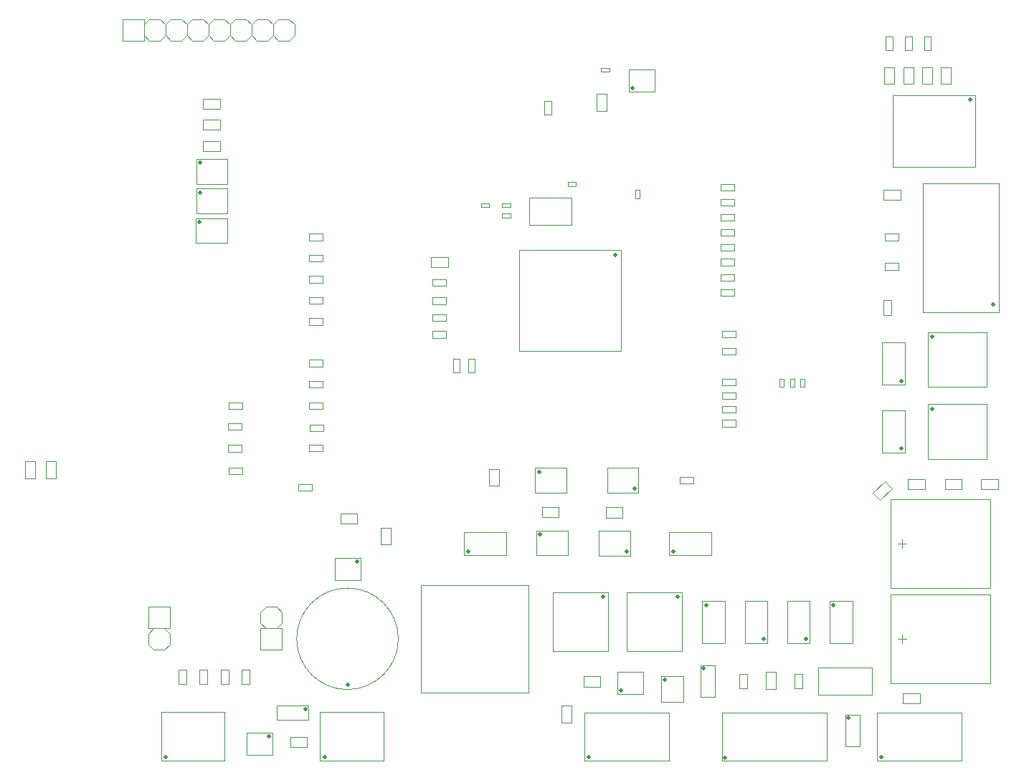
<source format=gm1>
G04*
G04 #@! TF.GenerationSoftware,Altium Limited,Altium Designer,21.8.1 (53)*
G04*
G04 Layer_Color=16711935*
%FSLAX44Y44*%
%MOMM*%
G71*
G04*
G04 #@! TF.SameCoordinates,DC6FBC13-50ED-4B09-903C-A93FE52865D5*
G04*
G04*
G04 #@! TF.FilePolarity,Positive*
G04*
G01*
G75*
%ADD12C,0.5000*%
%ADD133C,0.1000*%
D12*
X841500Y691500D02*
D03*
X350500Y730000D02*
D03*
X848000Y176500D02*
D03*
X432000Y122000D02*
D03*
X899750Y189000D02*
D03*
X827000Y287500D02*
D03*
X914500D02*
D03*
X971000Y97000D02*
D03*
X1287000Y633000D02*
D03*
X945000Y202500D02*
D03*
X1116250Y144000D02*
D03*
X1155000Y98000D02*
D03*
X810000D02*
D03*
X1098500Y277500D02*
D03*
X1066500Y237500D02*
D03*
X1016500D02*
D03*
X948500Y277500D02*
D03*
X667500Y341000D02*
D03*
X752500Y360750D02*
D03*
X910000Y341000D02*
D03*
X854500Y340500D02*
D03*
X864000Y415000D02*
D03*
X751000Y435000D02*
D03*
X861250Y888500D02*
D03*
X475000Y154750D02*
D03*
X310500Y98000D02*
D03*
X498000D02*
D03*
X525000Y183500D02*
D03*
X351000Y765000D02*
D03*
Y800000D02*
D03*
X1260500Y874500D02*
D03*
X1179000Y542500D02*
D03*
X1215000Y594500D02*
D03*
Y509500D02*
D03*
X1179000Y462500D02*
D03*
X536250Y329000D02*
D03*
D133*
X585000Y237500D02*
G03*
X585000Y237500I-60000J0D01*
G01*
X847502Y577499D02*
Y697498D01*
X727502Y577499D02*
X847502D01*
X727502D02*
Y697498D01*
X847502D01*
X383002Y705352D02*
Y734652D01*
X346001Y705352D02*
X383002D01*
X346001D02*
Y734652D01*
X383002D01*
X843800Y172300D02*
Y198700D01*
X874200D01*
Y172300D02*
Y198700D01*
X843800Y172300D02*
X874200D01*
X457500Y121500D02*
X477492D01*
X457500Y109500D02*
X477492D01*
X457500D02*
Y121500D01*
X477492Y109500D02*
Y121500D01*
X789250Y138508D02*
Y158500D01*
X777250Y138508D02*
Y158500D01*
X789250D01*
X777250Y138508D02*
X789250D01*
X803758Y181000D02*
X823750D01*
X803758Y193000D02*
X823750D01*
Y181000D02*
Y193000D01*
X803758Y181000D02*
Y193000D01*
X436200Y99800D02*
Y126200D01*
X405800Y99800D02*
X436200D01*
X405800D02*
Y126200D01*
X436200D01*
X895550Y193200D02*
X921950D01*
Y162800D02*
Y193200D01*
X895550Y162800D02*
X921950D01*
X895550D02*
Y193200D01*
X767500Y292301D02*
X832499D01*
X767500Y222701D02*
Y292301D01*
Y222701D02*
X832499D01*
Y292301D01*
X919999Y222701D02*
Y292301D01*
X855000Y222701D02*
X919999D01*
X855000D02*
Y292301D01*
X919999D01*
X967000Y93000D02*
X1091000D01*
X967000D02*
Y150000D01*
X1091000D01*
Y93000D02*
Y150000D01*
X611501Y300998D02*
X738501D01*
X611501Y173998D02*
X738501D01*
X611501D02*
Y300998D01*
X738501Y173998D02*
Y300998D01*
X625000Y654500D02*
X641000D01*
X625000Y662501D02*
X641000D01*
Y654500D02*
Y662501D01*
X625000Y654500D02*
Y662501D01*
X967250Y528750D02*
X983250D01*
X967250Y520749D02*
X983250D01*
X967250D02*
Y528750D01*
X983250Y520749D02*
Y528750D01*
X983000Y593499D02*
Y601500D01*
X967000Y593499D02*
Y601500D01*
Y593499D02*
X983000D01*
X967000Y601500D02*
X983000D01*
Y573499D02*
Y581500D01*
X967000Y573499D02*
Y581500D01*
Y573499D02*
X983000D01*
X967000Y581500D02*
X983000D01*
X1165993Y297498D02*
Y402499D01*
X1283993D01*
Y297498D02*
Y402499D01*
X1165993Y297498D02*
X1283993D01*
X1175000Y350000D02*
X1185000D01*
X1180000Y345000D02*
Y355000D01*
X1157748Y620252D02*
Y637751D01*
X1167248D01*
Y620252D02*
Y637751D01*
X1157748Y620252D02*
X1167248D01*
X1159500Y673500D02*
Y681501D01*
X1175500Y673500D02*
Y681501D01*
X1159500D02*
X1175500D01*
X1159500Y673500D02*
X1175500D01*
X1159500Y708500D02*
Y716501D01*
X1175500Y708500D02*
Y716501D01*
X1159500D02*
X1175500D01*
X1159500Y708500D02*
X1175500D01*
X1204450Y623800D02*
Y776200D01*
X1294450D01*
Y623800D02*
Y776200D01*
X1204450Y623800D02*
X1294450D01*
X1158008Y756500D02*
Y768500D01*
X1178000Y756500D02*
Y768500D01*
X1158008D02*
X1178000D01*
X1158008Y756500D02*
X1178000D01*
X623508Y676750D02*
X643500D01*
X623508Y688750D02*
X643500D01*
Y676750D02*
Y688750D01*
X623508Y676750D02*
Y688750D01*
X983250Y536999D02*
Y545000D01*
X967250Y536999D02*
Y545000D01*
Y536999D02*
X983250D01*
X967250Y545000D02*
X983250D01*
X967250Y512500D02*
X983250D01*
X967250Y504499D02*
X983250D01*
X967250D02*
Y512500D01*
X983250Y504499D02*
Y512500D01*
X967250Y496250D02*
X983250D01*
X967250Y488249D02*
X983250D01*
X967250D02*
Y496250D01*
X983250Y488249D02*
Y496250D01*
X987749Y178752D02*
Y196252D01*
X997248D01*
Y178752D02*
Y196252D01*
X987749Y178752D02*
X997248D01*
X1019000Y178008D02*
X1031000D01*
X1019000Y198000D02*
X1031000D01*
X1019000Y178008D02*
Y198000D01*
X1031000Y178008D02*
Y198000D01*
X1052498Y178752D02*
Y196252D01*
X1061998D01*
Y178752D02*
Y196252D01*
X1052498Y178752D02*
X1061998D01*
X1080750Y171500D02*
Y203500D01*
X1144250Y171500D02*
Y203500D01*
X1080750D02*
X1144250D01*
X1080750Y171500D02*
X1144250D01*
X941500Y168751D02*
Y206251D01*
X958500D01*
Y168751D02*
Y206251D01*
X941500Y168751D02*
X958500D01*
X1180000Y232500D02*
Y242500D01*
X1175000Y237500D02*
X1185000D01*
X1165993Y184998D02*
X1283993D01*
Y289999D01*
X1165993D02*
X1283993D01*
X1165993Y184998D02*
Y289999D01*
X1180758Y160750D02*
X1200751D01*
X1180758Y172750D02*
X1200751D01*
Y160750D02*
Y172750D01*
X1180758Y160750D02*
Y172750D01*
X1112751Y110251D02*
X1129750D01*
Y147751D01*
X1112751D02*
X1129750D01*
X1112751Y110251D02*
Y147751D01*
X1250000Y93000D02*
Y150000D01*
X1150000D02*
X1250000D01*
X1150000Y93000D02*
Y150000D01*
Y93000D02*
X1250000D01*
X905000D02*
Y150000D01*
X805000D02*
X905000D01*
X805000Y93000D02*
Y150000D01*
Y93000D02*
X905000D01*
X1093999Y232500D02*
Y282500D01*
X1120998D01*
Y232500D02*
Y282500D01*
X1093999Y232500D02*
X1120998D01*
X1044002Y282500D02*
X1071002D01*
X1044002Y232500D02*
Y282500D01*
Y232500D02*
X1071002D01*
Y282500D01*
X994002D02*
X1021001D01*
X994002Y232500D02*
Y282500D01*
Y232500D02*
X1021001D01*
Y282500D01*
X943999Y232500D02*
X970998D01*
Y282500D01*
X943999D02*
X970998D01*
X943999Y232500D02*
Y282500D01*
X933250Y420749D02*
Y428750D01*
X917250Y420749D02*
Y428750D01*
Y420749D02*
X933250D01*
X917250Y428750D02*
X933250D01*
X830008Y380750D02*
X850000D01*
X830008Y392750D02*
X850000D01*
Y380750D02*
Y392750D01*
X830008Y380750D02*
Y392750D01*
X774492Y381500D02*
Y393500D01*
X754500Y381500D02*
Y393500D01*
Y381500D02*
X774492D01*
X754500Y393500D02*
X774492D01*
X712500Y336499D02*
Y363498D01*
X662500D02*
X712500D01*
X662500Y336499D02*
Y363498D01*
Y336499D02*
X712500D01*
X748001Y365401D02*
X785002D01*
X748001Y336101D02*
Y365401D01*
Y336101D02*
X785002D01*
Y365401D01*
X955000Y336499D02*
Y363498D01*
X905000D02*
X955000D01*
X905000Y336499D02*
Y363498D01*
Y336499D02*
X955000D01*
X821998Y335849D02*
X858998D01*
Y365148D01*
X821998D02*
X858998D01*
X821998Y335849D02*
Y365148D01*
X831498Y410348D02*
X868499D01*
Y439648D01*
X831498D02*
X868499D01*
X831498Y410348D02*
Y439648D01*
X746501Y439652D02*
X783502D01*
X746501Y410352D02*
Y439652D01*
Y410352D02*
X783502D01*
Y439652D01*
X692250Y438242D02*
X704250D01*
X692250Y418250D02*
X704250D01*
Y438242D01*
X692250Y418250D02*
Y438242D01*
X1060000Y535000D02*
Y545000D01*
X1065000Y535000D02*
Y545000D01*
X1060000Y535000D02*
X1065000D01*
X1060000Y545000D02*
X1065000D01*
X1052500Y535000D02*
Y545000D01*
X1047500Y535000D02*
Y545000D01*
X1052500D01*
X1047500Y535000D02*
X1052500D01*
X1035000D02*
Y545000D01*
X1040000Y535000D02*
Y545000D01*
X1035000Y535000D02*
X1040000D01*
X1035000Y545000D02*
X1040000D01*
X667499Y552500D02*
X675500D01*
X667499Y568500D02*
X675500D01*
X667499Y552500D02*
Y568500D01*
X675500Y552500D02*
Y568500D01*
X649749Y552500D02*
X657750D01*
X649749Y568500D02*
X657750D01*
X649749Y552500D02*
Y568500D01*
X657750Y552500D02*
Y568500D01*
X982000Y767249D02*
Y775250D01*
X966000Y767249D02*
Y775250D01*
Y767249D02*
X982000D01*
X966000Y775250D02*
X982000D01*
X982000Y749499D02*
Y757500D01*
X966000Y749499D02*
Y757500D01*
Y749499D02*
X982000D01*
X966000Y757500D02*
X982000D01*
X966000Y721750D02*
X982000D01*
X966000Y713749D02*
X982000D01*
X966000D02*
Y721750D01*
X982000Y713749D02*
Y721750D01*
X966000Y704000D02*
X982000D01*
X966000Y695999D02*
X982000D01*
X966000D02*
Y704000D01*
X982000Y695999D02*
Y704000D01*
Y678499D02*
Y686500D01*
X966000Y678499D02*
Y686500D01*
Y678499D02*
X982000D01*
X966000Y686500D02*
X982000D01*
Y660499D02*
Y668500D01*
X966000Y660499D02*
Y668500D01*
Y660499D02*
X982000D01*
X966000Y668500D02*
X982000D01*
Y642749D02*
Y650750D01*
X966000Y642749D02*
Y650750D01*
Y642749D02*
X982000D01*
X966000Y650750D02*
X982000D01*
X739498Y726500D02*
Y758500D01*
X789499D01*
Y726500D02*
Y758500D01*
X739498Y726500D02*
X789499D01*
X707500Y747500D02*
X717500D01*
X707500Y752500D02*
X717500D01*
Y747500D02*
Y752500D01*
X707500Y747500D02*
Y752500D01*
Y735000D02*
X717500D01*
X707500Y740000D02*
X717500D01*
Y735000D02*
Y740000D01*
X707500Y735000D02*
Y740000D01*
X682500Y752500D02*
X692500D01*
X682500Y747500D02*
X692500D01*
X682500D02*
Y752500D01*
X692500Y747500D02*
Y752500D01*
X785000Y772500D02*
X795000D01*
X785000Y777500D02*
X795000D01*
Y772500D02*
Y777500D01*
X785000Y772500D02*
Y777500D01*
X757750Y873000D02*
X765751D01*
X757750Y857000D02*
X765751D01*
Y873000D01*
X757750Y857000D02*
Y873000D01*
X857050Y884300D02*
X887450D01*
Y910700D01*
X857050D02*
X887450D01*
X857050Y884300D02*
Y910700D01*
X819250Y881242D02*
X831250D01*
X819250Y861250D02*
X831250D01*
Y881242D01*
X819250Y861250D02*
Y881242D01*
X824000Y907500D02*
X834000D01*
X824000Y912500D02*
X834000D01*
Y907500D02*
Y912500D01*
X824000Y907500D02*
Y912500D01*
X870000Y758000D02*
Y768000D01*
X865000Y758000D02*
Y768000D01*
X870000D01*
X865000Y758000D02*
X870000D01*
X625000Y593000D02*
X641000D01*
X625000Y601001D02*
X641000D01*
Y593000D02*
Y601001D01*
X625000Y593000D02*
Y601001D01*
X625000Y613000D02*
Y621001D01*
X641000Y613000D02*
Y621001D01*
X625000D02*
X641000D01*
X625000Y613000D02*
X641000D01*
X625000Y633000D02*
Y641001D01*
X641000Y633000D02*
Y641001D01*
X625000D02*
X641000D01*
X625000Y633000D02*
X641000D01*
X564250Y348758D02*
X576250D01*
X564250Y368750D02*
X576250D01*
X564250Y348758D02*
Y368750D01*
X576250Y348758D02*
Y368750D01*
X516508Y373750D02*
Y385750D01*
X536500Y373750D02*
Y385750D01*
X516508D02*
X536500D01*
X516508Y373750D02*
X536500D01*
X441251Y141250D02*
Y158250D01*
Y141250D02*
X478751D01*
Y158250D01*
X441251D02*
X478751D01*
X305000Y150750D02*
X380000D01*
Y93250D02*
Y150750D01*
X305000Y93250D02*
X380000D01*
X305000D02*
Y150750D01*
X492500Y93250D02*
Y150750D01*
Y93250D02*
X567500D01*
Y150750D01*
X492500D02*
X567500D01*
X399752Y201248D02*
X409252D01*
X399752Y183749D02*
Y201248D01*
Y183749D02*
X409252D01*
Y201248D01*
X375252D02*
X384752D01*
X375252Y183749D02*
Y201248D01*
Y183749D02*
X384752D01*
Y201248D01*
X350252D02*
X359752D01*
X350252Y183749D02*
Y201248D01*
Y183749D02*
X359752D01*
Y201248D01*
X325252D02*
X334752D01*
X325252Y183749D02*
Y201248D01*
Y183749D02*
X334752D01*
Y201248D01*
X422300Y224600D02*
Y250000D01*
X447700D01*
X422300Y224600D02*
X447700D01*
X422300Y256350D02*
X428650Y250000D01*
X422300Y256350D02*
Y269050D01*
X428650Y275400D01*
X441350D01*
X447700Y269050D01*
Y256350D02*
Y269050D01*
X441350Y250000D02*
X447700Y256350D01*
Y224600D02*
Y250000D01*
X289800D02*
Y275400D01*
Y243650D02*
X296150Y250000D01*
X289800Y230950D02*
Y243650D01*
Y230950D02*
X296150Y224600D01*
X308850D01*
X315200Y230950D01*
Y243650D01*
X308850Y250000D02*
X315200Y243650D01*
X289800Y275400D02*
X315200D01*
X289800Y250000D02*
X315200D01*
Y275400D01*
X169000Y446992D02*
X181000D01*
X169000Y427000D02*
X181000D01*
Y446992D01*
X169000Y427000D02*
Y446992D01*
X144000Y427000D02*
Y446992D01*
X156000Y427000D02*
Y446992D01*
X144000Y427000D02*
X156000D01*
X144000Y446992D02*
X156000D01*
X346501Y769651D02*
X383501D01*
X346501Y740352D02*
Y769651D01*
Y740352D02*
X383501D01*
Y769651D01*
X384500Y432000D02*
X400500D01*
X384500Y440001D02*
X400500D01*
Y432000D02*
Y440001D01*
X384500Y432000D02*
Y440001D01*
X384250Y458500D02*
X400250D01*
X384250Y466501D02*
X400250D01*
Y458500D02*
Y466501D01*
X384250Y458500D02*
Y466501D01*
X384250Y484500D02*
Y492501D01*
X400250Y484500D02*
Y492501D01*
X384250D02*
X400250D01*
X384250Y484500D02*
X400250D01*
X384500Y508750D02*
Y516751D01*
X400500Y508750D02*
Y516751D01*
X384500D02*
X400500D01*
X384500Y508750D02*
X400500D01*
X479750Y458750D02*
Y466751D01*
X495750Y458750D02*
Y466751D01*
X479750D02*
X495750D01*
X479750Y458750D02*
X495750D01*
X480250Y482750D02*
Y490751D01*
X496250Y482750D02*
Y490751D01*
X480250D02*
X496250D01*
X480250Y482750D02*
X496250D01*
X479750Y509000D02*
Y517001D01*
X495750Y509000D02*
Y517001D01*
X479750D02*
X495750D01*
X479750Y509000D02*
X495750D01*
X479750Y534250D02*
X495750D01*
X479750Y542251D02*
X495750D01*
Y534250D02*
Y542251D01*
X479750Y534250D02*
Y542251D01*
Y559250D02*
X495750D01*
X479750Y567252D02*
X495750D01*
Y559250D02*
Y567252D01*
X479750Y559250D02*
Y567252D01*
X467250Y412250D02*
X483250D01*
X467250Y420251D02*
X483250D01*
Y412250D02*
Y420251D01*
X467250Y412250D02*
Y420251D01*
X479500Y658500D02*
X495500D01*
X479500Y666501D02*
X495500D01*
Y658500D02*
Y666501D01*
X479500Y658500D02*
Y666501D01*
Y683500D02*
X495500D01*
X479500Y691501D02*
X495500D01*
Y683500D02*
Y691501D01*
X479500Y683500D02*
Y691501D01*
Y708500D02*
X495500D01*
X479500Y716501D02*
X495500D01*
Y708500D02*
Y716501D01*
X479500Y708500D02*
Y716501D01*
X346501Y804652D02*
X383501D01*
X346501Y775352D02*
Y804652D01*
Y775352D02*
X383501D01*
Y804652D01*
X411600Y963600D02*
X417950Y969950D01*
X430650D01*
X437000Y963600D01*
Y950900D02*
Y963600D01*
X430650Y944550D02*
X437000Y950900D01*
X417950Y944550D02*
X430650D01*
X411600Y950900D02*
X417950Y944550D01*
X360800Y963600D02*
X367150Y969950D01*
X379850D01*
X386200Y963600D01*
Y950900D02*
Y963600D01*
X379850Y944550D02*
X386200Y950900D01*
X367150Y944550D02*
X379850D01*
X360800Y950900D02*
X367150Y944550D01*
X335400Y950900D02*
X341750Y944550D01*
X354450D01*
X360800Y950900D01*
Y963600D01*
X354450Y969950D02*
X360800Y963600D01*
X341750Y969950D02*
X354450D01*
X335400Y963600D02*
X341750Y969950D01*
X310000Y963600D02*
X316350Y969950D01*
X329050D01*
X335400Y963600D01*
Y950900D02*
Y963600D01*
X329050Y944550D02*
X335400Y950900D01*
X316350Y944550D02*
X329050D01*
X310000Y950900D02*
X316350Y944550D01*
X259200D02*
X284600D01*
Y950900D02*
X290950Y944550D01*
X303650D01*
X310000Y950900D01*
Y963600D01*
X303650Y969950D02*
X310000Y963600D01*
X290950Y969950D02*
X303650D01*
X284600Y963600D02*
X290950Y969950D01*
X259200Y944550D02*
Y969950D01*
X284600Y944550D02*
Y969950D01*
X259200D02*
X284600D01*
X386200Y950900D02*
X392550Y944550D01*
X405250D01*
X411600Y950900D01*
Y963600D01*
X405250Y969950D02*
X411600Y963600D01*
X392550Y969950D02*
X405250D01*
X386200Y963600D02*
X392550Y969950D01*
X437000Y950900D02*
X443350Y944550D01*
X456050D01*
X462400Y950900D01*
Y963600D01*
X456050Y969950D02*
X462400Y963600D01*
X443350Y969950D02*
X456050D01*
X437000Y963600D02*
X443350Y969950D01*
X374492Y814000D02*
Y826000D01*
X354500Y814000D02*
Y826000D01*
Y814000D02*
X374492D01*
X354500Y826000D02*
X374492D01*
Y839000D02*
Y851000D01*
X354500Y839000D02*
Y851000D01*
Y839000D02*
X374492D01*
X354500Y851000D02*
X374492D01*
Y864000D02*
Y876000D01*
X354500Y864000D02*
Y876000D01*
Y864000D02*
X374492D01*
X354500Y876000D02*
X374492D01*
X1266018Y795000D02*
Y880000D01*
X1169016D02*
X1266018D01*
X1169016Y795000D02*
Y880000D01*
Y795000D02*
X1266018D01*
X1156502Y587500D02*
X1183501D01*
X1156502Y537500D02*
Y587500D01*
Y537500D02*
X1183501D01*
Y587500D01*
X1210199Y534999D02*
Y599999D01*
Y534999D02*
X1279799D01*
Y599999D01*
X1210199D02*
X1279799D01*
X1210199Y514999D02*
X1279799D01*
Y450000D02*
Y514999D01*
X1210199Y450000D02*
X1279799D01*
X1210199D02*
Y514999D01*
X1183501Y457500D02*
Y507500D01*
X1156502Y457500D02*
X1183501D01*
X1156502D02*
Y507500D01*
X1183501D01*
X1145333Y409818D02*
X1159469Y423954D01*
X1153818Y401333D02*
X1167954Y415469D01*
X1145333Y409818D02*
X1153818Y401333D01*
X1159469Y423954D02*
X1167954Y415469D01*
X1206992Y414000D02*
Y426000D01*
X1187000Y414000D02*
Y426000D01*
Y414000D02*
X1206992D01*
X1187000Y426000D02*
X1206992D01*
X1230508Y414000D02*
Y426000D01*
X1250500Y414000D02*
Y426000D01*
X1230508D02*
X1250500D01*
X1230508Y414000D02*
X1250500D01*
X1273008D02*
Y426000D01*
X1293000Y414000D02*
Y426000D01*
X1273008D02*
X1293000D01*
X1273008Y414000D02*
X1293000D01*
X1225750Y913242D02*
X1237750D01*
X1225750Y893250D02*
X1237750D01*
Y913242D01*
X1225750Y893250D02*
Y913242D01*
X510050Y333200D02*
X540449D01*
X510050Y306800D02*
Y333200D01*
Y306800D02*
X540449D01*
Y333200D01*
X1158750Y913242D02*
X1170750D01*
X1158750Y893250D02*
X1170750D01*
Y913242D01*
X1158750Y893250D02*
Y913242D01*
X1181250D02*
X1193250D01*
X1181250Y893250D02*
X1193250D01*
Y913242D01*
X1181250Y893250D02*
Y913242D01*
X1203750D02*
X1215750D01*
X1203750Y893250D02*
X1215750D01*
Y913242D01*
X1203750Y893250D02*
Y913242D01*
X1205749Y933250D02*
X1213750D01*
X1205749Y949250D02*
X1213750D01*
X1205749Y933250D02*
Y949250D01*
X1213750Y933250D02*
Y949250D01*
X1183249Y933250D02*
X1191250D01*
X1183249Y949250D02*
X1191250D01*
X1183249Y933250D02*
Y949250D01*
X1191250Y933250D02*
Y949250D01*
X1160749Y933250D02*
X1168750D01*
X1160749Y949250D02*
X1168750D01*
X1160749Y933250D02*
Y949250D01*
X1168750Y933250D02*
Y949250D01*
X982000Y731749D02*
Y739750D01*
X966000Y731749D02*
Y739750D01*
Y731749D02*
X982000D01*
X966000Y739750D02*
X982000D01*
X479500Y633500D02*
Y641501D01*
X495500Y633500D02*
Y641501D01*
X479500D02*
X495500D01*
X479500Y633500D02*
X495500D01*
X479500Y608500D02*
Y616501D01*
X495500Y608500D02*
Y616501D01*
X479500D02*
X495500D01*
X479500Y608500D02*
X495500D01*
M02*

</source>
